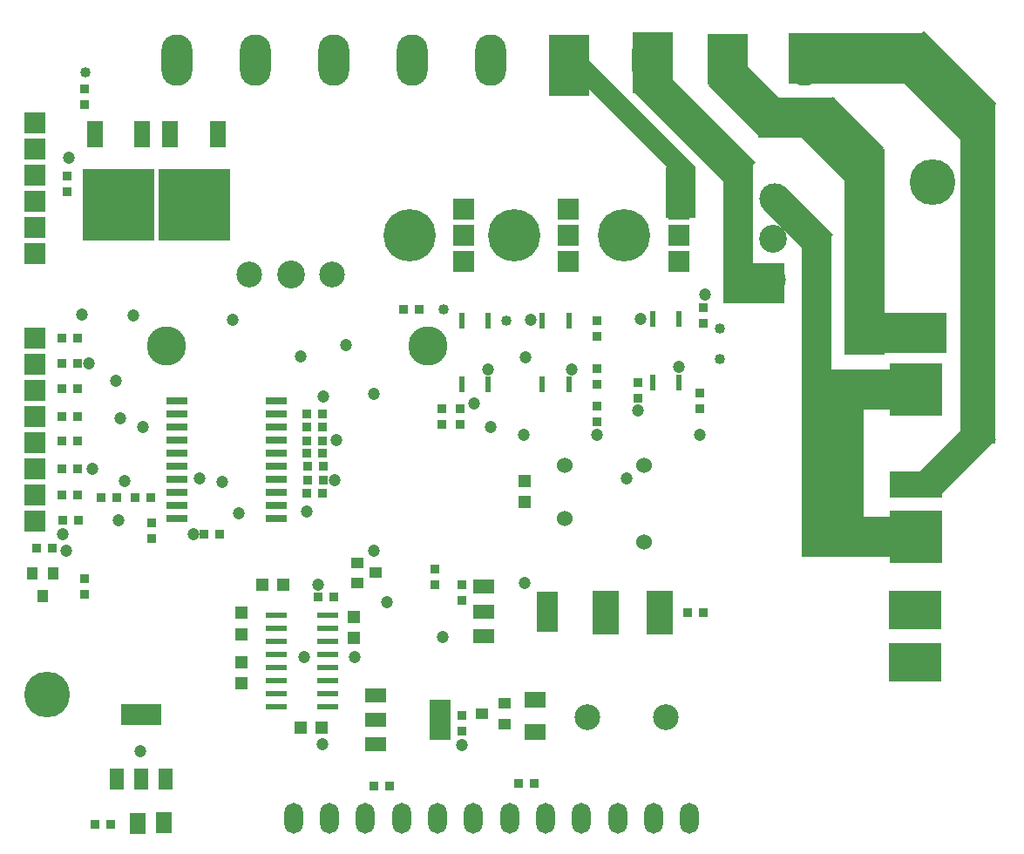
<source format=gbr>
%FSLAX23Y23*%
%MOIN*%
%AMT135*0 Bullet Pad at angle 45*21,1,0.11811,0.25591,0,0,45*%
%ADD135T135*%
%ADD70O,0.07087X0.11811*%
%ADD147O,0.11811X0.19685*%
%ADD22R,0.08000X0.02000*%
%ADD23R,0.08200X0.02000*%
%ADD146R,0.02362X0.06299*%
%ADD19R,0.08000X0.02500*%
%ADD15R,0.03500X0.03500*%
%ADD11R,0.03500X0.03500*%
%ADD20R,0.04500X0.04000*%
%ADD137R,0.04000X0.04800*%
%ADD145R,0.04800X0.04000*%
%ADD21R,0.04500X0.05118*%
%ADD144R,0.05118X0.04500*%
%ADD14R,0.05512X0.07874*%
%ADD142R,0.07874X0.05512*%
%ADD139R,0.05906X0.09843*%
%ADD12R,0.06000X0.08000*%
%ADD17R,0.08000X0.06000*%
%ADD71R,0.07874X0.15748*%
%ADD13R,0.15748X0.07874*%
%AMT81*0 Rectangle Pad at angle 45*21,1,0.07874,0.68898,0,0,45*%
%ADD81T81*%
%ADD186R,0.10000X0.16929*%
%ADD185R,0.20000X0.10000*%
%ADD133R,0.11811X0.19685*%
%AMT120*0 Rectangle Pad at angle 135*21,1,0.11811,0.31496,0,0,135*%
%ADD120T120*%
%ADD130R,0.11811X0.39370*%
%ADD134R,0.11811X1.23622*%
%AMT129*0 Rectangle Pad at angle 45*21,1,0.13780,0.51181,0,0,45*%
%ADD129T129*%
%ADD119R,0.13780X0.98425*%
%ADD187R,0.20000X0.15000*%
%ADD125R,0.15748X0.19685*%
%ADD128R,0.15748X0.23622*%
%ADD131R,0.23622X0.15748*%
%AMT127*0 Rectangle Pad at angle 45*21,1,0.15748,0.27559,0,0,45*%
%ADD127T127*%
%ADD126R,0.29528X0.15748*%
%ADD136R,0.15748X0.66929*%
%ADD123R,0.15748X0.78740*%
%AMT124*0 Rectangle Pad at angle 45*21,1,0.19685,0.27559,0,0,45*%
%ADD124T124*%
%AMT122*0 Rectangle Pad at angle 45*21,1,0.19685,0.39370,0,0,45*%
%ADD122T122*%
%ADD121R,0.51181X0.19685*%
%ADD149R,0.20000X0.20000*%
%ADD140R,0.07874X0.07874*%
%ADD18R,0.08000X0.08000*%
%ADD138R,0.27559X0.27559*%
%ADD25C,0.04000*%
%ADD24C,0.04724*%
%ADD148C,0.06000*%
%ADD16C,0.09843*%
%ADD141C,0.10630*%
%ADD10C,0.11811*%
%ADD143C,0.15000*%
%ADD117C,0.17500*%
%ADD118C,0.20000*%
X000Y000D02*
D02*
D11*
X211Y1355D03*
X271D03*
X309Y2156D03*
X310Y1559D03*
X310Y2060D03*
X310Y1659D03*
Y1764D03*
Y1859D03*
Y1964D03*
X311Y1461D03*
X369Y2156D03*
X370Y1559D03*
X370Y2060D03*
X370Y1659D03*
Y1764D03*
Y1859D03*
Y1964D03*
X371Y1461D03*
X434Y297D03*
X460Y1546D03*
X494Y297D03*
X520Y1546D03*
X588Y1548D03*
X648D03*
X852Y1408D03*
X912D03*
X1247Y1565D03*
Y1718D03*
X1247Y1765D03*
X1247Y1818D03*
Y1869D03*
X1248Y1669D03*
X1250Y1615D03*
X1290Y1167D03*
X1307Y1565D03*
Y1718D03*
X1307Y1765D03*
X1307Y1818D03*
Y1869D03*
X1308Y1669D03*
X1310Y1615D03*
X1350Y1167D03*
X1501Y445D03*
X1561D03*
X1616Y2267D03*
X1676D03*
X2056Y453D03*
X2116D03*
X2702Y1106D03*
X2762D03*
D02*
D12*
X599Y302D03*
X699Y304D03*
D02*
D13*
X612Y716D03*
D02*
D14*
X518Y471D03*
X612D03*
X707D03*
D02*
D15*
X330Y2716D03*
Y2776D03*
X397Y1178D03*
Y1238D03*
X397Y3052D03*
Y3112D03*
X653Y1390D03*
Y1450D03*
X1734Y1215D03*
Y1275D03*
X1763Y1826D03*
Y1886D03*
X1833Y1826D03*
Y1886D03*
X1838Y1155D03*
Y1215D03*
X1838Y654D03*
Y714D03*
X2354Y1838D03*
Y1898D03*
X2355Y1980D03*
Y2040D03*
X2357Y2163D03*
Y2223D03*
X2513Y1926D03*
Y1986D03*
X2748Y1887D03*
Y1947D03*
X2762Y2215D03*
Y2275D03*
D02*
D16*
X1026Y2402D03*
X1341D03*
X2320Y708D03*
X2620D03*
X3029Y2380D03*
Y2695D03*
D02*
D17*
X2119Y773D03*
X2119Y651D03*
D02*
D18*
X206Y1458D03*
Y1558D03*
Y1658D03*
Y1758D03*
Y1858D03*
Y1958D03*
Y2058D03*
Y2158D03*
X206Y2480D03*
Y2580D03*
Y2680D03*
Y2780D03*
Y2880D03*
Y2980D03*
D02*
D19*
X749Y1468D03*
Y1518D03*
Y1568D03*
Y1618D03*
Y1668D03*
Y1718D03*
Y1768D03*
Y1818D03*
Y1868D03*
Y1918D03*
X1129Y1468D03*
Y1518D03*
Y1568D03*
Y1618D03*
Y1668D03*
Y1718D03*
Y1768D03*
Y1818D03*
Y1868D03*
Y1918D03*
D02*
D70*
X1194Y321D03*
X1332D03*
X1470D03*
X1608D03*
X1746D03*
X1883D03*
X2021D03*
X2159D03*
X2297D03*
X2435D03*
X2572D03*
X2710D03*
D02*
D71*
X1754Y698D03*
X2166Y1112D03*
D02*
D20*
X1439Y1222D03*
Y1297D03*
X1509Y1262D03*
D02*
D21*
X1074Y1215D03*
X1155Y1215D03*
X1222Y668D03*
X1303Y668D03*
D02*
D22*
X1128Y747D03*
Y797D03*
Y847D03*
Y947D03*
Y997D03*
Y1047D03*
X1128Y1098D03*
X1327Y747D03*
Y797D03*
Y847D03*
Y897D03*
Y947D03*
Y997D03*
Y1047D03*
Y1097D03*
D02*
D23*
X1128Y897D03*
D02*
D24*
X312Y1406D03*
X326Y1345D03*
X335Y2848D03*
X387Y2247D03*
X411Y2060D03*
X427Y1659D03*
X516Y1993D03*
X524Y1460D03*
X532Y1850D03*
X548Y1610D03*
X581Y2245D03*
X608Y578D03*
X618Y1818D03*
X813Y1409D03*
X834Y1621D03*
X921Y1606D03*
X963Y2227D03*
X985Y1486D03*
X1223Y2086D03*
X1235Y936D03*
X1245Y1494D03*
X1290Y1213D03*
X1305Y604D03*
X1308Y1934D03*
X1353Y1615D03*
X1359Y1767D03*
X1394Y2131D03*
X1429Y937D03*
X1502Y1344D03*
X1502Y1945D03*
X1551Y1147D03*
X1766Y1014D03*
X1840Y602D03*
X1885Y1909D03*
X1938Y2039D03*
X1950Y1817D03*
X2076Y1786D03*
X2078Y1221D03*
X2083Y2083D03*
X2102Y2229D03*
X2258Y2037D03*
X2354Y1786D03*
X2469Y1621D03*
X2512Y1882D03*
X2522Y2232D03*
X2670Y2049D03*
X2749Y1786D03*
X2770Y2325D03*
D02*
D25*
X400Y3173D03*
X1768Y2267D03*
X2009Y2223D03*
X2825Y2077D03*
X2825Y2195D03*
D02*
D81*
X2462Y3028D03*
D02*
D117*
X253Y793D03*
X3639Y2754D03*
D02*
D118*
X1638Y2551D03*
X2038Y2551D03*
X2459Y2552D03*
D02*
D119*
X3811Y2245D03*
X3812Y2558D03*
D02*
D120*
X3728Y1701D03*
D02*
D121*
X3345Y3229D03*
D02*
D122*
X3674Y3124D03*
D02*
D123*
X3378Y2489D03*
D02*
D124*
X3287Y2915D03*
D02*
D125*
X2856Y3224D03*
D02*
D126*
X3120Y3000D03*
X3340Y1396D03*
X3367Y1962D03*
X3545Y2177D03*
D02*
D127*
X2935Y3082D03*
D02*
D128*
X2250Y3200D03*
X2568Y3210D03*
D02*
D129*
X2731Y2962D03*
D02*
D130*
X2896Y2639D03*
D02*
D131*
X2955Y2368D03*
D02*
D133*
X2677Y2715D03*
D02*
D134*
X3194Y1938D03*
D02*
D135*
X3127Y2601D03*
D02*
D10*
X3036Y2692D03*
D02*
D136*
X3299Y1673D03*
D02*
D137*
X194Y1258D03*
X234Y1171D03*
X274Y1258D03*
D02*
D138*
X525Y2666D03*
X815D03*
D02*
D139*
X434Y2938D03*
X615D03*
X723D03*
X904D03*
D02*
D140*
X1847Y2451D03*
Y2551D03*
Y2651D03*
X2247Y2451D03*
Y2551D03*
Y2651D03*
X2669Y2451D03*
Y2551D03*
Y2651D03*
D02*
D141*
X1184Y2402D03*
X3029Y2538D03*
D02*
D142*
X1509Y603D03*
Y697D03*
Y792D03*
X1921Y1017D03*
Y1112D03*
Y1206D03*
D02*
D143*
X710Y2128D03*
X1710D03*
D02*
D144*
X995Y1106D03*
X995Y1025D03*
X996Y917D03*
X996Y836D03*
X1425Y1091D03*
X1425Y1010D03*
X2078Y1611D03*
X2078Y1530D03*
D02*
D145*
X1916Y720D03*
X2003Y680D03*
Y760D03*
D02*
D146*
X1838Y1980D03*
Y2224D03*
X1940Y1980D03*
Y2224D03*
X2147Y1980D03*
Y2224D03*
X2249Y1980D03*
Y2224D03*
X2568Y1986D03*
Y2230D03*
X2670Y1986D03*
Y2230D03*
D02*
D147*
X749Y3220D03*
X1049D03*
X1349D03*
X1648D03*
X1948D03*
X2248D03*
X2548D03*
X2848D03*
X3148D03*
D02*
D148*
X2231Y1672D03*
X2231Y1469D03*
X2534Y1672D03*
X2535Y1376D03*
D02*
D149*
X3575Y1962D03*
X3575Y1397D03*
D02*
D185*
X3575Y2162D03*
X3575Y1597D03*
D02*
D186*
X2390Y1108D03*
X2594D03*
D02*
D187*
X3571Y917D03*
Y1117D03*
X000Y000D02*
M02*

</source>
